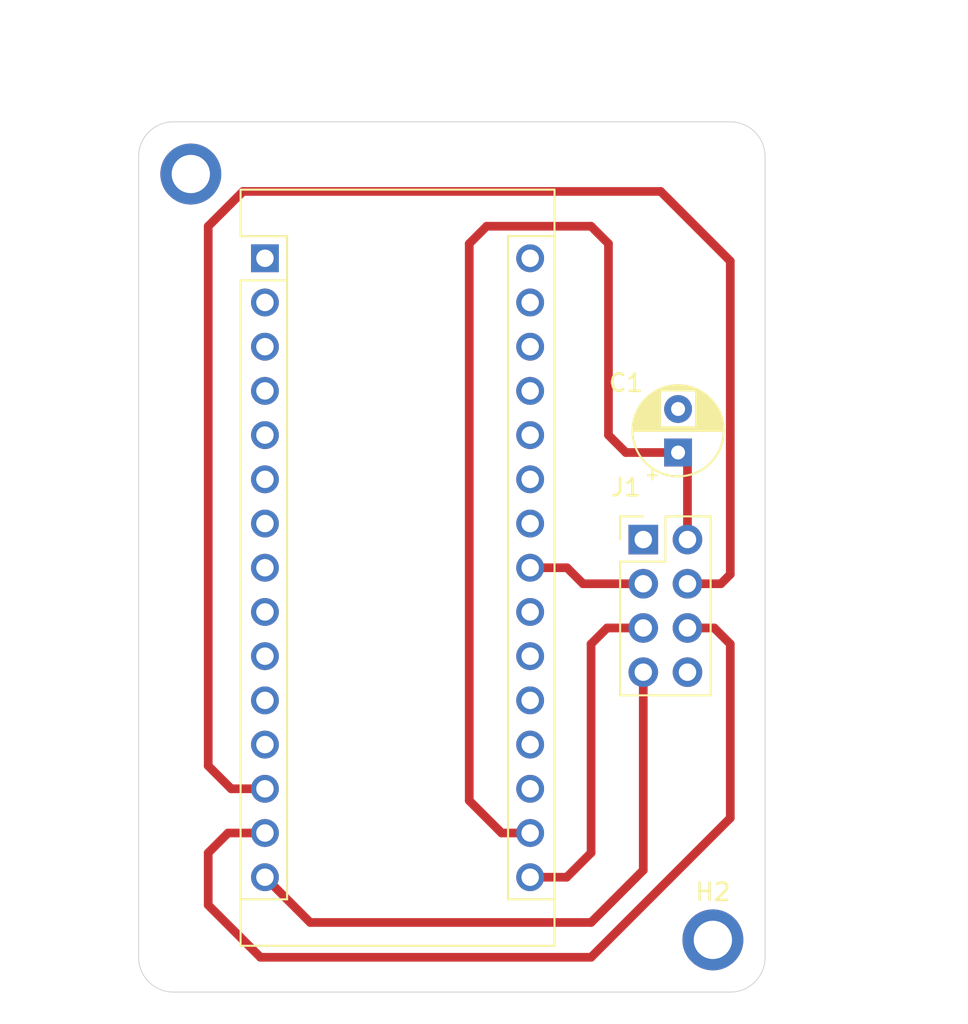
<source format=kicad_pcb>
(kicad_pcb (version 20171130) (host pcbnew "(5.1.10)-1")

  (general
    (thickness 1.6)
    (drawings 11)
    (tracks 41)
    (zones 0)
    (modules 5)
    (nets 8)
  )

  (page A4)
  (layers
    (0 F.Cu signal)
    (31 B.Cu signal)
    (32 B.Adhes user)
    (33 F.Adhes user)
    (34 B.Paste user)
    (35 F.Paste user)
    (36 B.SilkS user)
    (37 F.SilkS user)
    (38 B.Mask user)
    (39 F.Mask user)
    (40 Dwgs.User user)
    (41 Cmts.User user)
    (42 Eco1.User user)
    (43 Eco2.User user)
    (44 Edge.Cuts user)
    (45 Margin user)
    (46 B.CrtYd user)
    (47 F.CrtYd user)
    (48 B.Fab user)
    (49 F.Fab user)
  )

  (setup
    (last_trace_width 0.25)
    (user_trace_width 0.5)
    (trace_clearance 0.2)
    (zone_clearance 0.508)
    (zone_45_only no)
    (trace_min 0.2)
    (via_size 0.8)
    (via_drill 0.4)
    (via_min_size 0.4)
    (via_min_drill 0.3)
    (uvia_size 0.3)
    (uvia_drill 0.1)
    (uvias_allowed no)
    (uvia_min_size 0.2)
    (uvia_min_drill 0.1)
    (edge_width 0.05)
    (segment_width 0.2)
    (pcb_text_width 0.3)
    (pcb_text_size 1.5 1.5)
    (mod_edge_width 0.12)
    (mod_text_size 1 1)
    (mod_text_width 0.15)
    (pad_size 1.524 1.524)
    (pad_drill 0.762)
    (pad_to_mask_clearance 0)
    (aux_axis_origin 0 0)
    (visible_elements 7FFFFFFF)
    (pcbplotparams
      (layerselection 0x010fc_ffffffff)
      (usegerberextensions false)
      (usegerberattributes true)
      (usegerberadvancedattributes true)
      (creategerberjobfile true)
      (excludeedgelayer true)
      (linewidth 0.100000)
      (plotframeref false)
      (viasonmask false)
      (mode 1)
      (useauxorigin false)
      (hpglpennumber 1)
      (hpglpenspeed 20)
      (hpglpendiameter 15.000000)
      (psnegative false)
      (psa4output false)
      (plotreference true)
      (plotvalue true)
      (plotinvisibletext false)
      (padsonsilk false)
      (subtractmaskfromsilk false)
      (outputformat 1)
      (mirror false)
      (drillshape 1)
      (scaleselection 1)
      (outputdirectory ""))
  )

  (net 0 "")
  (net 1 +3V3)
  (net 2 /SCK)
  (net 3 /MISO)
  (net 4 /MOSI)
  (net 5 GND)
  (net 6 /CS)
  (net 7 /CE)

  (net_class Default "This is the default net class."
    (clearance 0.2)
    (trace_width 0.25)
    (via_dia 0.8)
    (via_drill 0.4)
    (uvia_dia 0.3)
    (uvia_drill 0.1)
    (add_net +3V3)
    (add_net /CE)
    (add_net /CS)
    (add_net /MISO)
    (add_net /MOSI)
    (add_net /SCK)
    (add_net GND)
  )

  (module MountingHole:MountingHole_2.2mm_M2_ISO7380_Pad (layer F.Cu) (tedit 56D1B4CB) (tstamp 613A0624)
    (at 138 92)
    (descr "Mounting Hole 2.2mm, M2, ISO7380")
    (tags "mounting hole 2.2mm m2 iso7380")
    (path /613A4CAC)
    (attr virtual)
    (fp_text reference H2 (at 0 -2.75) (layer F.SilkS)
      (effects (font (size 1 1) (thickness 0.15)))
    )
    (fp_text value MountingHole (at 0 4) (layer F.Fab)
      (effects (font (size 1 1) (thickness 0.15)))
    )
    (fp_circle (center 0 0) (end 1.75 0) (layer Cmts.User) (width 0.15))
    (fp_circle (center 0 0) (end 2 0) (layer F.CrtYd) (width 0.05))
    (fp_text user %R (at 0.3 0) (layer F.Fab)
      (effects (font (size 1 1) (thickness 0.15)))
    )
    (pad 1 thru_hole circle (at 0 0) (size 3.5 3.5) (drill 2.2) (layers *.Cu *.Mask))
  )

  (module MountingHole:MountingHole_2.2mm_M2_ISO7380_Pad (layer F.Cu) (tedit 56D1B4CB) (tstamp 613A0223)
    (at 108 48)
    (descr "Mounting Hole 2.2mm, M2, ISO7380")
    (tags "mounting hole 2.2mm m2 iso7380")
    (path /613A0057)
    (attr virtual)
    (fp_text reference H1 (at 0 -2.75) (layer F.SilkS) hide
      (effects (font (size 1 1) (thickness 0.15)))
    )
    (fp_text value MountingHole (at 0 2.75) (layer F.Fab)
      (effects (font (size 1 1) (thickness 0.15)))
    )
    (fp_circle (center 0 0) (end 1.75 0) (layer Cmts.User) (width 0.15))
    (fp_circle (center 0 0) (end 2 0) (layer F.CrtYd) (width 0.05))
    (fp_text user %R (at 0.3 0) (layer F.Fab)
      (effects (font (size 1 1) (thickness 0.15)))
    )
    (pad 1 thru_hole circle (at 0 0) (size 3.5 3.5) (drill 2.2) (layers *.Cu *.Mask))
  )

  (module Module:Arduino_Nano (layer F.Cu) (tedit 58ACAF70) (tstamp 6137CD73)
    (at 112.26 52.84)
    (descr "Arduino Nano, http://www.mouser.com/pdfdocs/Gravitech_Arduino_Nano3_0.pdf")
    (tags "Arduino Nano")
    (path /61373980)
    (fp_text reference A1 (at 18.24 -2.84) (layer F.SilkS) hide
      (effects (font (size 1 1) (thickness 0.15)))
    )
    (fp_text value Arduino_Nano_v3.x (at 8.89 19.05 90) (layer F.Fab)
      (effects (font (size 1 1) (thickness 0.15)))
    )
    (fp_line (start 16.75 42.16) (end -1.53 42.16) (layer F.CrtYd) (width 0.05))
    (fp_line (start 16.75 42.16) (end 16.75 -4.06) (layer F.CrtYd) (width 0.05))
    (fp_line (start -1.53 -4.06) (end -1.53 42.16) (layer F.CrtYd) (width 0.05))
    (fp_line (start -1.53 -4.06) (end 16.75 -4.06) (layer F.CrtYd) (width 0.05))
    (fp_line (start 16.51 -3.81) (end 16.51 39.37) (layer F.Fab) (width 0.1))
    (fp_line (start 0 -3.81) (end 16.51 -3.81) (layer F.Fab) (width 0.1))
    (fp_line (start -1.27 -2.54) (end 0 -3.81) (layer F.Fab) (width 0.1))
    (fp_line (start -1.27 39.37) (end -1.27 -2.54) (layer F.Fab) (width 0.1))
    (fp_line (start 16.51 39.37) (end -1.27 39.37) (layer F.Fab) (width 0.1))
    (fp_line (start 16.64 -3.94) (end -1.4 -3.94) (layer F.SilkS) (width 0.12))
    (fp_line (start 16.64 39.5) (end 16.64 -3.94) (layer F.SilkS) (width 0.12))
    (fp_line (start -1.4 39.5) (end 16.64 39.5) (layer F.SilkS) (width 0.12))
    (fp_line (start 3.81 41.91) (end 3.81 31.75) (layer F.Fab) (width 0.1))
    (fp_line (start 11.43 41.91) (end 3.81 41.91) (layer F.Fab) (width 0.1))
    (fp_line (start 11.43 31.75) (end 11.43 41.91) (layer F.Fab) (width 0.1))
    (fp_line (start 3.81 31.75) (end 11.43 31.75) (layer F.Fab) (width 0.1))
    (fp_line (start 1.27 36.83) (end -1.4 36.83) (layer F.SilkS) (width 0.12))
    (fp_line (start 1.27 1.27) (end 1.27 36.83) (layer F.SilkS) (width 0.12))
    (fp_line (start 1.27 1.27) (end -1.4 1.27) (layer F.SilkS) (width 0.12))
    (fp_line (start 13.97 36.83) (end 16.64 36.83) (layer F.SilkS) (width 0.12))
    (fp_line (start 13.97 -1.27) (end 13.97 36.83) (layer F.SilkS) (width 0.12))
    (fp_line (start 13.97 -1.27) (end 16.64 -1.27) (layer F.SilkS) (width 0.12))
    (fp_line (start -1.4 -3.94) (end -1.4 -1.27) (layer F.SilkS) (width 0.12))
    (fp_line (start -1.4 1.27) (end -1.4 39.5) (layer F.SilkS) (width 0.12))
    (fp_line (start 1.27 -1.27) (end -1.4 -1.27) (layer F.SilkS) (width 0.12))
    (fp_line (start 1.27 1.27) (end 1.27 -1.27) (layer F.SilkS) (width 0.12))
    (fp_text user %R (at 6.35 19.05 90) (layer F.Fab)
      (effects (font (size 1 1) (thickness 0.15)))
    )
    (pad 16 thru_hole oval (at 15.24 35.56) (size 1.6 1.6) (drill 1) (layers *.Cu *.Mask)
      (net 2 /SCK))
    (pad 15 thru_hole oval (at 0 35.56) (size 1.6 1.6) (drill 1) (layers *.Cu *.Mask)
      (net 3 /MISO))
    (pad 30 thru_hole oval (at 15.24 0) (size 1.6 1.6) (drill 1) (layers *.Cu *.Mask))
    (pad 14 thru_hole oval (at 0 33.02) (size 1.6 1.6) (drill 1) (layers *.Cu *.Mask)
      (net 4 /MOSI))
    (pad 29 thru_hole oval (at 15.24 2.54) (size 1.6 1.6) (drill 1) (layers *.Cu *.Mask)
      (net 5 GND))
    (pad 13 thru_hole oval (at 0 30.48) (size 1.6 1.6) (drill 1) (layers *.Cu *.Mask)
      (net 6 /CS))
    (pad 28 thru_hole oval (at 15.24 5.08) (size 1.6 1.6) (drill 1) (layers *.Cu *.Mask))
    (pad 12 thru_hole oval (at 0 27.94) (size 1.6 1.6) (drill 1) (layers *.Cu *.Mask))
    (pad 27 thru_hole oval (at 15.24 7.62) (size 1.6 1.6) (drill 1) (layers *.Cu *.Mask))
    (pad 11 thru_hole oval (at 0 25.4) (size 1.6 1.6) (drill 1) (layers *.Cu *.Mask))
    (pad 26 thru_hole oval (at 15.24 10.16) (size 1.6 1.6) (drill 1) (layers *.Cu *.Mask))
    (pad 10 thru_hole oval (at 0 22.86) (size 1.6 1.6) (drill 1) (layers *.Cu *.Mask))
    (pad 25 thru_hole oval (at 15.24 12.7) (size 1.6 1.6) (drill 1) (layers *.Cu *.Mask))
    (pad 9 thru_hole oval (at 0 20.32) (size 1.6 1.6) (drill 1) (layers *.Cu *.Mask))
    (pad 24 thru_hole oval (at 15.24 15.24) (size 1.6 1.6) (drill 1) (layers *.Cu *.Mask))
    (pad 8 thru_hole oval (at 0 17.78) (size 1.6 1.6) (drill 1) (layers *.Cu *.Mask))
    (pad 23 thru_hole oval (at 15.24 17.78) (size 1.6 1.6) (drill 1) (layers *.Cu *.Mask)
      (net 7 /CE))
    (pad 7 thru_hole oval (at 0 15.24) (size 1.6 1.6) (drill 1) (layers *.Cu *.Mask))
    (pad 22 thru_hole oval (at 15.24 20.32) (size 1.6 1.6) (drill 1) (layers *.Cu *.Mask))
    (pad 6 thru_hole oval (at 0 12.7) (size 1.6 1.6) (drill 1) (layers *.Cu *.Mask))
    (pad 21 thru_hole oval (at 15.24 22.86) (size 1.6 1.6) (drill 1) (layers *.Cu *.Mask))
    (pad 5 thru_hole oval (at 0 10.16) (size 1.6 1.6) (drill 1) (layers *.Cu *.Mask))
    (pad 20 thru_hole oval (at 15.24 25.4) (size 1.6 1.6) (drill 1) (layers *.Cu *.Mask))
    (pad 4 thru_hole oval (at 0 7.62) (size 1.6 1.6) (drill 1) (layers *.Cu *.Mask)
      (net 5 GND))
    (pad 19 thru_hole oval (at 15.24 27.94) (size 1.6 1.6) (drill 1) (layers *.Cu *.Mask))
    (pad 3 thru_hole oval (at 0 5.08) (size 1.6 1.6) (drill 1) (layers *.Cu *.Mask))
    (pad 18 thru_hole oval (at 15.24 30.48) (size 1.6 1.6) (drill 1) (layers *.Cu *.Mask))
    (pad 2 thru_hole oval (at 0 2.54) (size 1.6 1.6) (drill 1) (layers *.Cu *.Mask))
    (pad 17 thru_hole oval (at 15.24 33.02) (size 1.6 1.6) (drill 1) (layers *.Cu *.Mask)
      (net 1 +3V3))
    (pad 1 thru_hole rect (at 0 0) (size 1.6 1.6) (drill 1) (layers *.Cu *.Mask))
    (model ${KISYS3DMOD}/Module.3dshapes/Arduino_Nano_WithMountingHoles.wrl
      (at (xyz 0 0 0))
      (scale (xyz 1 1 1))
      (rotate (xyz 0 0 0))
    )
  )

  (module Capacitor_THT:CP_Radial_D5.0mm_P2.50mm (layer F.Cu) (tedit 5AE50EF0) (tstamp 6137CBF4)
    (at 136 64 90)
    (descr "CP, Radial series, Radial, pin pitch=2.50mm, , diameter=5mm, Electrolytic Capacitor")
    (tags "CP Radial series Radial pin pitch 2.50mm  diameter 5mm Electrolytic Capacitor")
    (path /6137E190)
    (fp_text reference C1 (at 4 -3 180) (layer F.SilkS)
      (effects (font (size 1 1) (thickness 0.15)))
    )
    (fp_text value CP1_Small (at 1.25 3.75 90) (layer F.Fab)
      (effects (font (size 1 1) (thickness 0.15)))
    )
    (fp_line (start -1.304775 -1.725) (end -1.304775 -1.225) (layer F.SilkS) (width 0.12))
    (fp_line (start -1.554775 -1.475) (end -1.054775 -1.475) (layer F.SilkS) (width 0.12))
    (fp_line (start 3.851 -0.284) (end 3.851 0.284) (layer F.SilkS) (width 0.12))
    (fp_line (start 3.811 -0.518) (end 3.811 0.518) (layer F.SilkS) (width 0.12))
    (fp_line (start 3.771 -0.677) (end 3.771 0.677) (layer F.SilkS) (width 0.12))
    (fp_line (start 3.731 -0.805) (end 3.731 0.805) (layer F.SilkS) (width 0.12))
    (fp_line (start 3.691 -0.915) (end 3.691 0.915) (layer F.SilkS) (width 0.12))
    (fp_line (start 3.651 -1.011) (end 3.651 1.011) (layer F.SilkS) (width 0.12))
    (fp_line (start 3.611 -1.098) (end 3.611 1.098) (layer F.SilkS) (width 0.12))
    (fp_line (start 3.571 -1.178) (end 3.571 1.178) (layer F.SilkS) (width 0.12))
    (fp_line (start 3.531 1.04) (end 3.531 1.251) (layer F.SilkS) (width 0.12))
    (fp_line (start 3.531 -1.251) (end 3.531 -1.04) (layer F.SilkS) (width 0.12))
    (fp_line (start 3.491 1.04) (end 3.491 1.319) (layer F.SilkS) (width 0.12))
    (fp_line (start 3.491 -1.319) (end 3.491 -1.04) (layer F.SilkS) (width 0.12))
    (fp_line (start 3.451 1.04) (end 3.451 1.383) (layer F.SilkS) (width 0.12))
    (fp_line (start 3.451 -1.383) (end 3.451 -1.04) (layer F.SilkS) (width 0.12))
    (fp_line (start 3.411 1.04) (end 3.411 1.443) (layer F.SilkS) (width 0.12))
    (fp_line (start 3.411 -1.443) (end 3.411 -1.04) (layer F.SilkS) (width 0.12))
    (fp_line (start 3.371 1.04) (end 3.371 1.5) (layer F.SilkS) (width 0.12))
    (fp_line (start 3.371 -1.5) (end 3.371 -1.04) (layer F.SilkS) (width 0.12))
    (fp_line (start 3.331 1.04) (end 3.331 1.554) (layer F.SilkS) (width 0.12))
    (fp_line (start 3.331 -1.554) (end 3.331 -1.04) (layer F.SilkS) (width 0.12))
    (fp_line (start 3.291 1.04) (end 3.291 1.605) (layer F.SilkS) (width 0.12))
    (fp_line (start 3.291 -1.605) (end 3.291 -1.04) (layer F.SilkS) (width 0.12))
    (fp_line (start 3.251 1.04) (end 3.251 1.653) (layer F.SilkS) (width 0.12))
    (fp_line (start 3.251 -1.653) (end 3.251 -1.04) (layer F.SilkS) (width 0.12))
    (fp_line (start 3.211 1.04) (end 3.211 1.699) (layer F.SilkS) (width 0.12))
    (fp_line (start 3.211 -1.699) (end 3.211 -1.04) (layer F.SilkS) (width 0.12))
    (fp_line (start 3.171 1.04) (end 3.171 1.743) (layer F.SilkS) (width 0.12))
    (fp_line (start 3.171 -1.743) (end 3.171 -1.04) (layer F.SilkS) (width 0.12))
    (fp_line (start 3.131 1.04) (end 3.131 1.785) (layer F.SilkS) (width 0.12))
    (fp_line (start 3.131 -1.785) (end 3.131 -1.04) (layer F.SilkS) (width 0.12))
    (fp_line (start 3.091 1.04) (end 3.091 1.826) (layer F.SilkS) (width 0.12))
    (fp_line (start 3.091 -1.826) (end 3.091 -1.04) (layer F.SilkS) (width 0.12))
    (fp_line (start 3.051 1.04) (end 3.051 1.864) (layer F.SilkS) (width 0.12))
    (fp_line (start 3.051 -1.864) (end 3.051 -1.04) (layer F.SilkS) (width 0.12))
    (fp_line (start 3.011 1.04) (end 3.011 1.901) (layer F.SilkS) (width 0.12))
    (fp_line (start 3.011 -1.901) (end 3.011 -1.04) (layer F.SilkS) (width 0.12))
    (fp_line (start 2.971 1.04) (end 2.971 1.937) (layer F.SilkS) (width 0.12))
    (fp_line (start 2.971 -1.937) (end 2.971 -1.04) (layer F.SilkS) (width 0.12))
    (fp_line (start 2.931 1.04) (end 2.931 1.971) (layer F.SilkS) (width 0.12))
    (fp_line (start 2.931 -1.971) (end 2.931 -1.04) (layer F.SilkS) (width 0.12))
    (fp_line (start 2.891 1.04) (end 2.891 2.004) (layer F.SilkS) (width 0.12))
    (fp_line (start 2.891 -2.004) (end 2.891 -1.04) (layer F.SilkS) (width 0.12))
    (fp_line (start 2.851 1.04) (end 2.851 2.035) (layer F.SilkS) (width 0.12))
    (fp_line (start 2.851 -2.035) (end 2.851 -1.04) (layer F.SilkS) (width 0.12))
    (fp_line (start 2.811 1.04) (end 2.811 2.065) (layer F.SilkS) (width 0.12))
    (fp_line (start 2.811 -2.065) (end 2.811 -1.04) (layer F.SilkS) (width 0.12))
    (fp_line (start 2.771 1.04) (end 2.771 2.095) (layer F.SilkS) (width 0.12))
    (fp_line (start 2.771 -2.095) (end 2.771 -1.04) (layer F.SilkS) (width 0.12))
    (fp_line (start 2.731 1.04) (end 2.731 2.122) (layer F.SilkS) (width 0.12))
    (fp_line (start 2.731 -2.122) (end 2.731 -1.04) (layer F.SilkS) (width 0.12))
    (fp_line (start 2.691 1.04) (end 2.691 2.149) (layer F.SilkS) (width 0.12))
    (fp_line (start 2.691 -2.149) (end 2.691 -1.04) (layer F.SilkS) (width 0.12))
    (fp_line (start 2.651 1.04) (end 2.651 2.175) (layer F.SilkS) (width 0.12))
    (fp_line (start 2.651 -2.175) (end 2.651 -1.04) (layer F.SilkS) (width 0.12))
    (fp_line (start 2.611 1.04) (end 2.611 2.2) (layer F.SilkS) (width 0.12))
    (fp_line (start 2.611 -2.2) (end 2.611 -1.04) (layer F.SilkS) (width 0.12))
    (fp_line (start 2.571 1.04) (end 2.571 2.224) (layer F.SilkS) (width 0.12))
    (fp_line (start 2.571 -2.224) (end 2.571 -1.04) (layer F.SilkS) (width 0.12))
    (fp_line (start 2.531 1.04) (end 2.531 2.247) (layer F.SilkS) (width 0.12))
    (fp_line (start 2.531 -2.247) (end 2.531 -1.04) (layer F.SilkS) (width 0.12))
    (fp_line (start 2.491 1.04) (end 2.491 2.268) (layer F.SilkS) (width 0.12))
    (fp_line (start 2.491 -2.268) (end 2.491 -1.04) (layer F.SilkS) (width 0.12))
    (fp_line (start 2.451 1.04) (end 2.451 2.29) (layer F.SilkS) (width 0.12))
    (fp_line (start 2.451 -2.29) (end 2.451 -1.04) (layer F.SilkS) (width 0.12))
    (fp_line (start 2.411 1.04) (end 2.411 2.31) (layer F.SilkS) (width 0.12))
    (fp_line (start 2.411 -2.31) (end 2.411 -1.04) (layer F.SilkS) (width 0.12))
    (fp_line (start 2.371 1.04) (end 2.371 2.329) (layer F.SilkS) (width 0.12))
    (fp_line (start 2.371 -2.329) (end 2.371 -1.04) (layer F.SilkS) (width 0.12))
    (fp_line (start 2.331 1.04) (end 2.331 2.348) (layer F.SilkS) (width 0.12))
    (fp_line (start 2.331 -2.348) (end 2.331 -1.04) (layer F.SilkS) (width 0.12))
    (fp_line (start 2.291 1.04) (end 2.291 2.365) (layer F.SilkS) (width 0.12))
    (fp_line (start 2.291 -2.365) (end 2.291 -1.04) (layer F.SilkS) (width 0.12))
    (fp_line (start 2.251 1.04) (end 2.251 2.382) (layer F.SilkS) (width 0.12))
    (fp_line (start 2.251 -2.382) (end 2.251 -1.04) (layer F.SilkS) (width 0.12))
    (fp_line (start 2.211 1.04) (end 2.211 2.398) (layer F.SilkS) (width 0.12))
    (fp_line (start 2.211 -2.398) (end 2.211 -1.04) (layer F.SilkS) (width 0.12))
    (fp_line (start 2.171 1.04) (end 2.171 2.414) (layer F.SilkS) (width 0.12))
    (fp_line (start 2.171 -2.414) (end 2.171 -1.04) (layer F.SilkS) (width 0.12))
    (fp_line (start 2.131 1.04) (end 2.131 2.428) (layer F.SilkS) (width 0.12))
    (fp_line (start 2.131 -2.428) (end 2.131 -1.04) (layer F.SilkS) (width 0.12))
    (fp_line (start 2.091 1.04) (end 2.091 2.442) (layer F.SilkS) (width 0.12))
    (fp_line (start 2.091 -2.442) (end 2.091 -1.04) (layer F.SilkS) (width 0.12))
    (fp_line (start 2.051 1.04) (end 2.051 2.455) (layer F.SilkS) (width 0.12))
    (fp_line (start 2.051 -2.455) (end 2.051 -1.04) (layer F.SilkS) (width 0.12))
    (fp_line (start 2.011 1.04) (end 2.011 2.468) (layer F.SilkS) (width 0.12))
    (fp_line (start 2.011 -2.468) (end 2.011 -1.04) (layer F.SilkS) (width 0.12))
    (fp_line (start 1.971 1.04) (end 1.971 2.48) (layer F.SilkS) (width 0.12))
    (fp_line (start 1.971 -2.48) (end 1.971 -1.04) (layer F.SilkS) (width 0.12))
    (fp_line (start 1.93 1.04) (end 1.93 2.491) (layer F.SilkS) (width 0.12))
    (fp_line (start 1.93 -2.491) (end 1.93 -1.04) (layer F.SilkS) (width 0.12))
    (fp_line (start 1.89 1.04) (end 1.89 2.501) (layer F.SilkS) (width 0.12))
    (fp_line (start 1.89 -2.501) (end 1.89 -1.04) (layer F.SilkS) (width 0.12))
    (fp_line (start 1.85 1.04) (end 1.85 2.511) (layer F.SilkS) (width 0.12))
    (fp_line (start 1.85 -2.511) (end 1.85 -1.04) (layer F.SilkS) (width 0.12))
    (fp_line (start 1.81 1.04) (end 1.81 2.52) (layer F.SilkS) (width 0.12))
    (fp_line (start 1.81 -2.52) (end 1.81 -1.04) (layer F.SilkS) (width 0.12))
    (fp_line (start 1.77 1.04) (end 1.77 2.528) (layer F.SilkS) (width 0.12))
    (fp_line (start 1.77 -2.528) (end 1.77 -1.04) (layer F.SilkS) (width 0.12))
    (fp_line (start 1.73 1.04) (end 1.73 2.536) (layer F.SilkS) (width 0.12))
    (fp_line (start 1.73 -2.536) (end 1.73 -1.04) (layer F.SilkS) (width 0.12))
    (fp_line (start 1.69 1.04) (end 1.69 2.543) (layer F.SilkS) (width 0.12))
    (fp_line (start 1.69 -2.543) (end 1.69 -1.04) (layer F.SilkS) (width 0.12))
    (fp_line (start 1.65 1.04) (end 1.65 2.55) (layer F.SilkS) (width 0.12))
    (fp_line (start 1.65 -2.55) (end 1.65 -1.04) (layer F.SilkS) (width 0.12))
    (fp_line (start 1.61 1.04) (end 1.61 2.556) (layer F.SilkS) (width 0.12))
    (fp_line (start 1.61 -2.556) (end 1.61 -1.04) (layer F.SilkS) (width 0.12))
    (fp_line (start 1.57 1.04) (end 1.57 2.561) (layer F.SilkS) (width 0.12))
    (fp_line (start 1.57 -2.561) (end 1.57 -1.04) (layer F.SilkS) (width 0.12))
    (fp_line (start 1.53 1.04) (end 1.53 2.565) (layer F.SilkS) (width 0.12))
    (fp_line (start 1.53 -2.565) (end 1.53 -1.04) (layer F.SilkS) (width 0.12))
    (fp_line (start 1.49 1.04) (end 1.49 2.569) (layer F.SilkS) (width 0.12))
    (fp_line (start 1.49 -2.569) (end 1.49 -1.04) (layer F.SilkS) (width 0.12))
    (fp_line (start 1.45 -2.573) (end 1.45 2.573) (layer F.SilkS) (width 0.12))
    (fp_line (start 1.41 -2.576) (end 1.41 2.576) (layer F.SilkS) (width 0.12))
    (fp_line (start 1.37 -2.578) (end 1.37 2.578) (layer F.SilkS) (width 0.12))
    (fp_line (start 1.33 -2.579) (end 1.33 2.579) (layer F.SilkS) (width 0.12))
    (fp_line (start 1.29 -2.58) (end 1.29 2.58) (layer F.SilkS) (width 0.12))
    (fp_line (start 1.25 -2.58) (end 1.25 2.58) (layer F.SilkS) (width 0.12))
    (fp_line (start -0.633605 -1.3375) (end -0.633605 -0.8375) (layer F.Fab) (width 0.1))
    (fp_line (start -0.883605 -1.0875) (end -0.383605 -1.0875) (layer F.Fab) (width 0.1))
    (fp_circle (center 1.25 0) (end 4 0) (layer F.CrtYd) (width 0.05))
    (fp_circle (center 1.25 0) (end 3.87 0) (layer F.SilkS) (width 0.12))
    (fp_circle (center 1.25 0) (end 3.75 0) (layer F.Fab) (width 0.1))
    (fp_text user %R (at 1.25 0 90) (layer F.Fab)
      (effects (font (size 1 1) (thickness 0.15)))
    )
    (pad 2 thru_hole circle (at 2.5 0 90) (size 1.6 1.6) (drill 0.8) (layers *.Cu *.Mask)
      (net 5 GND))
    (pad 1 thru_hole rect (at 0 0 90) (size 1.6 1.6) (drill 0.8) (layers *.Cu *.Mask)
      (net 1 +3V3))
    (model ${KISYS3DMOD}/Capacitor_THT.3dshapes/CP_Radial_D5.0mm_P2.50mm.wrl
      (at (xyz 0 0 0))
      (scale (xyz 1 1 1))
      (rotate (xyz 0 0 0))
    )
  )

  (module Connector_PinHeader_2.54mm:PinHeader_2x04_P2.54mm_Vertical (layer F.Cu) (tedit 59FED5CC) (tstamp 6137A1BA)
    (at 134 69)
    (descr "Through hole straight pin header, 2x04, 2.54mm pitch, double rows")
    (tags "Through hole pin header THT 2x04 2.54mm double row")
    (path /613798DD)
    (fp_text reference J1 (at -1 -3) (layer F.SilkS)
      (effects (font (size 1 1) (thickness 0.15)))
    )
    (fp_text value Conn_02x04_Odd_Even_MountingPin (at 1.27 9.95) (layer F.Fab)
      (effects (font (size 1 1) (thickness 0.15)))
    )
    (fp_line (start 4.35 -1.8) (end -1.8 -1.8) (layer F.CrtYd) (width 0.05))
    (fp_line (start 4.35 9.4) (end 4.35 -1.8) (layer F.CrtYd) (width 0.05))
    (fp_line (start -1.8 9.4) (end 4.35 9.4) (layer F.CrtYd) (width 0.05))
    (fp_line (start -1.8 -1.8) (end -1.8 9.4) (layer F.CrtYd) (width 0.05))
    (fp_line (start -1.33 -1.33) (end 0 -1.33) (layer F.SilkS) (width 0.12))
    (fp_line (start -1.33 0) (end -1.33 -1.33) (layer F.SilkS) (width 0.12))
    (fp_line (start 1.27 -1.33) (end 3.87 -1.33) (layer F.SilkS) (width 0.12))
    (fp_line (start 1.27 1.27) (end 1.27 -1.33) (layer F.SilkS) (width 0.12))
    (fp_line (start -1.33 1.27) (end 1.27 1.27) (layer F.SilkS) (width 0.12))
    (fp_line (start 3.87 -1.33) (end 3.87 8.95) (layer F.SilkS) (width 0.12))
    (fp_line (start -1.33 1.27) (end -1.33 8.95) (layer F.SilkS) (width 0.12))
    (fp_line (start -1.33 8.95) (end 3.87 8.95) (layer F.SilkS) (width 0.12))
    (fp_line (start -1.27 0) (end 0 -1.27) (layer F.Fab) (width 0.1))
    (fp_line (start -1.27 8.89) (end -1.27 0) (layer F.Fab) (width 0.1))
    (fp_line (start 3.81 8.89) (end -1.27 8.89) (layer F.Fab) (width 0.1))
    (fp_line (start 3.81 -1.27) (end 3.81 8.89) (layer F.Fab) (width 0.1))
    (fp_line (start 0 -1.27) (end 3.81 -1.27) (layer F.Fab) (width 0.1))
    (fp_text user %R (at 1.27 3.81 90) (layer F.Fab)
      (effects (font (size 1 1) (thickness 0.15)))
    )
    (pad 8 thru_hole oval (at 2.54 7.62) (size 1.7 1.7) (drill 1) (layers *.Cu *.Mask))
    (pad 7 thru_hole oval (at 0 7.62) (size 1.7 1.7) (drill 1) (layers *.Cu *.Mask)
      (net 3 /MISO))
    (pad 6 thru_hole oval (at 2.54 5.08) (size 1.7 1.7) (drill 1) (layers *.Cu *.Mask)
      (net 4 /MOSI))
    (pad 5 thru_hole oval (at 0 5.08) (size 1.7 1.7) (drill 1) (layers *.Cu *.Mask)
      (net 2 /SCK))
    (pad 4 thru_hole oval (at 2.54 2.54) (size 1.7 1.7) (drill 1) (layers *.Cu *.Mask)
      (net 6 /CS))
    (pad 3 thru_hole oval (at 0 2.54) (size 1.7 1.7) (drill 1) (layers *.Cu *.Mask)
      (net 7 /CE))
    (pad 2 thru_hole oval (at 2.54 0) (size 1.7 1.7) (drill 1) (layers *.Cu *.Mask)
      (net 1 +3V3))
    (pad 1 thru_hole rect (at 0 0) (size 1.7 1.7) (drill 1) (layers *.Cu *.Mask)
      (net 5 GND))
    (model ${KISYS3DMOD}/Connector_PinHeader_2.54mm.3dshapes/PinHeader_2x04_P2.54mm_Vertical.wrl
      (at (xyz 0 0 0))
      (scale (xyz 1 1 1))
      (rotate (xyz 0 0 0))
    )
  )

  (dimension 44 (width 0.15) (layer Dwgs.User)
    (gr_text "44,000 mm" (at 103.3 70 90) (layer Dwgs.User)
      (effects (font (size 1 1) (thickness 0.15)))
    )
    (feature1 (pts (xy 102 48) (xy 102.586421 48)))
    (feature2 (pts (xy 102 92) (xy 102.586421 92)))
    (crossbar (pts (xy 102 92) (xy 102 48)))
    (arrow1a (pts (xy 102 48) (xy 102.586421 49.126504)))
    (arrow1b (pts (xy 102 48) (xy 101.413579 49.126504)))
    (arrow2a (pts (xy 102 92) (xy 102.586421 90.873496)))
    (arrow2b (pts (xy 102 92) (xy 101.413579 90.873496)))
  )
  (dimension 50 (width 0.15) (layer Dwgs.User)
    (gr_text "50,000 mm" (at 148.7 70 270) (layer Dwgs.User)
      (effects (font (size 1 1) (thickness 0.15)))
    )
    (feature1 (pts (xy 150 95) (xy 149.413579 95)))
    (feature2 (pts (xy 150 45) (xy 149.413579 45)))
    (crossbar (pts (xy 150 45) (xy 150 95)))
    (arrow1a (pts (xy 150 95) (xy 149.413579 93.873496)))
    (arrow1b (pts (xy 150 95) (xy 150.586421 93.873496)))
    (arrow2a (pts (xy 150 45) (xy 149.413579 46.126504)))
    (arrow2b (pts (xy 150 45) (xy 150.586421 46.126504)))
  )
  (dimension 36 (width 0.15) (layer Dwgs.User)
    (gr_text "36,000 mm" (at 123 38.700001) (layer Dwgs.User)
      (effects (font (size 1 1) (thickness 0.15)))
    )
    (feature1 (pts (xy 141 41) (xy 141 39.41358)))
    (feature2 (pts (xy 105 41) (xy 105 39.41358)))
    (crossbar (pts (xy 105 40.000001) (xy 141 40.000001)))
    (arrow1a (pts (xy 141 40.000001) (xy 139.873496 40.586422)))
    (arrow1b (pts (xy 141 40.000001) (xy 139.873496 39.41358)))
    (arrow2a (pts (xy 105 40.000001) (xy 106.126504 40.586422)))
    (arrow2b (pts (xy 105 40.000001) (xy 106.126504 39.41358)))
  )
  (gr_arc (start 139 93) (end 139 95) (angle -90) (layer Edge.Cuts) (width 0.05))
  (gr_arc (start 107 93) (end 105 93) (angle -90) (layer Edge.Cuts) (width 0.05))
  (gr_arc (start 139 47) (end 141 47) (angle -90) (layer Edge.Cuts) (width 0.05))
  (gr_arc (start 107 47) (end 107 45) (angle -90) (layer Edge.Cuts) (width 0.05))
  (gr_line (start 105 93) (end 105 47) (layer Edge.Cuts) (width 0.05) (tstamp 6137C7C8))
  (gr_line (start 139 95) (end 107 95) (layer Edge.Cuts) (width 0.05))
  (gr_line (start 141 47) (end 141 93) (layer Edge.Cuts) (width 0.05))
  (gr_line (start 107 45) (end 139 45) (layer Edge.Cuts) (width 0.05))

  (segment (start 136.54 64.54) (end 136 64) (width 0.5) (layer F.Cu) (net 1))
  (segment (start 136.54 69) (end 136.54 64.54) (width 0.5) (layer F.Cu) (net 1))
  (segment (start 127.5 85.86) (end 125.86 85.86) (width 0.5) (layer F.Cu) (net 1))
  (segment (start 125.86 85.86) (end 124 84) (width 0.5) (layer F.Cu) (net 1))
  (segment (start 124 84) (end 124 52) (width 0.5) (layer F.Cu) (net 1))
  (segment (start 124 52) (end 125 51) (width 0.5) (layer F.Cu) (net 1))
  (segment (start 125 51) (end 131 51) (width 0.5) (layer F.Cu) (net 1))
  (segment (start 131 51) (end 132 52) (width 0.5) (layer F.Cu) (net 1))
  (segment (start 132 52) (end 132 63) (width 0.5) (layer F.Cu) (net 1))
  (segment (start 133 64) (end 136 64) (width 0.5) (layer F.Cu) (net 1))
  (segment (start 132 63) (end 133 64) (width 0.5) (layer F.Cu) (net 1))
  (segment (start 127.5 88.4) (end 129.6 88.4) (width 0.5) (layer F.Cu) (net 2))
  (segment (start 129.6 88.4) (end 131 87) (width 0.5) (layer F.Cu) (net 2))
  (segment (start 131 87) (end 131 75) (width 0.5) (layer F.Cu) (net 2))
  (segment (start 131.92 74.08) (end 134 74.08) (width 0.5) (layer F.Cu) (net 2))
  (segment (start 131 75) (end 131.92 74.08) (width 0.5) (layer F.Cu) (net 2))
  (segment (start 112.26 88.4) (end 114.86 91) (width 0.5) (layer F.Cu) (net 3))
  (segment (start 114.86 91) (end 131 91) (width 0.5) (layer F.Cu) (net 3))
  (segment (start 134 88) (end 134 76.62) (width 0.5) (layer F.Cu) (net 3))
  (segment (start 131 91) (end 134 88) (width 0.5) (layer F.Cu) (net 3))
  (segment (start 112.26 85.86) (end 110.14 85.86) (width 0.5) (layer F.Cu) (net 4))
  (segment (start 110.14 85.86) (end 109 87) (width 0.5) (layer F.Cu) (net 4))
  (segment (start 109 87) (end 109 90) (width 0.5) (layer F.Cu) (net 4))
  (segment (start 109 90) (end 112 93) (width 0.5) (layer F.Cu) (net 4))
  (segment (start 112 93) (end 131 93) (width 0.5) (layer F.Cu) (net 4))
  (segment (start 131 93) (end 139 85) (width 0.5) (layer F.Cu) (net 4))
  (segment (start 139 85) (end 139 75) (width 0.5) (layer F.Cu) (net 4))
  (segment (start 138.08 74.08) (end 136.54 74.08) (width 0.5) (layer F.Cu) (net 4))
  (segment (start 139 75) (end 138.08 74.08) (width 0.5) (layer F.Cu) (net 4))
  (segment (start 110.32 83.32) (end 112.26 83.32) (width 0.5) (layer F.Cu) (net 6))
  (segment (start 109 51) (end 109 82) (width 0.5) (layer F.Cu) (net 6))
  (segment (start 111 49) (end 109 51) (width 0.5) (layer F.Cu) (net 6))
  (segment (start 135 49) (end 111 49) (width 0.5) (layer F.Cu) (net 6))
  (segment (start 139 53) (end 135 49) (width 0.5) (layer F.Cu) (net 6))
  (segment (start 109 82) (end 110.32 83.32) (width 0.5) (layer F.Cu) (net 6))
  (segment (start 139 71) (end 139 53) (width 0.5) (layer F.Cu) (net 6))
  (segment (start 138.46 71.54) (end 139 71) (width 0.5) (layer F.Cu) (net 6))
  (segment (start 136.54 71.54) (end 138.46 71.54) (width 0.5) (layer F.Cu) (net 6))
  (segment (start 127.5 70.62) (end 129.62 70.62) (width 0.5) (layer F.Cu) (net 7))
  (segment (start 130.54 71.54) (end 134 71.54) (width 0.5) (layer F.Cu) (net 7))
  (segment (start 129.62 70.62) (end 130.54 71.54) (width 0.5) (layer F.Cu) (net 7))

)

</source>
